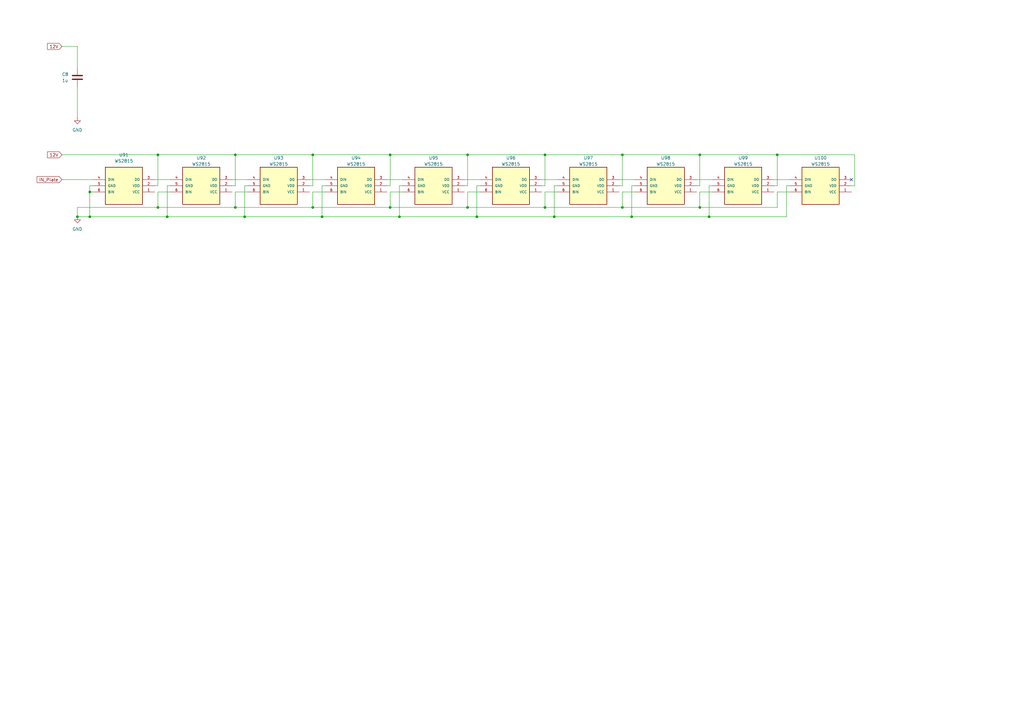
<source format=kicad_sch>
(kicad_sch (version 20250114) (generator "eeschema") (generator_version "9.0")
  (paper "A3")
  (title_block (title "Plate") (date "2025-11-11") (rev "1.0") (company "Salvatore La Bua"))
  (lib_symbols
    (symbol "Device:C" (pin_numbers (hide yes)) (pin_names (offset 0.254))
      (property "Reference" "C" (at 0.635 2.54 0))
      (property "Value" "C" (at 0.635 -2.54 0))
      (symbol "C_0_1"
        (polyline (pts (xy -2.032 0.762) (xy 2.032 0.762)) (stroke (width 0.508)))
        (polyline (pts (xy -2.032 -0.762) (xy 2.032 -0.762)) (stroke (width 0.508)))
      )
      (symbol "C_1_1"
        (pin passive line (at 0 3.81 270) (length 2.794) (name "~") (number "1"))
        (pin passive line (at 0 -3.81 90) (length 2.794) (name "~") (number "2"))
      )
    )
    (symbol "WS2815:WS2815" (pin_names (offset 1.016))
      (property "Reference" "U" (at 0 0 0))
      (property "Value" "WS2815" (at 0 0 0))
      (symbol "WS2815_0_0"
        (rectangle (start -7.62 -5.08) (end 7.62 10.16) (stroke (width 0.254)) (fill (type background)))
        (pin bidirectional line (at -12.7 5.08 0) (length 5.08) (name "DIN") (number "4"))
        (pin bidirectional line (at -12.7 2.54 0) (length 5.08) (name "GND") (number "5"))
        (pin bidirectional line (at -12.7 0 0) (length 5.08) (name "BIN") (number "6"))
        (pin bidirectional line (at 12.7 5.08 180) (length 5.08) (name "DO") (number "3"))
        (pin bidirectional line (at 12.7 2.54 180) (length 5.08) (name "VDD") (number "2"))
        (pin bidirectional line (at 12.7 0 180) (length 5.08) (name "VCC") (number "1"))
      )
    )
    (symbol "power:GND" (power) (pin_numbers (hide yes)) (pin_names (offset 0) (hide yes))
      (property "Value" "GND" (at 0 -3.81 0))
      (symbol "GND_0_1"
        (polyline (pts (xy 0 0) (xy 0 -1.27) (xy 1.27 -1.27) (xy 0 -2.54) (xy -1.27 -1.27) (xy 0 -1.27)))
      )
      (symbol "GND_1_1"
        (pin power_in line (at 0 0 270) (length 0) (name "~") (number "1"))
      )
    )
  )
  (junction (at 160.02 63.5))
  (junction (at 36.83 78.74))
  (junction (at 223.52 63.5))
  (junction (at 128.27 63.5))
  (junction (at 96.52 85.09))
  (junction (at 128.27 85.09))
  (junction (at 96.52 63.5))
  (junction (at 195.58 88.9))
  (junction (at 259.08 88.9))
  (junction (at 163.83 88.9))
  (junction (at 191.77 85.09))
  (junction (at 100.33 88.9))
  (junction (at 191.77 63.5))
  (junction (at 318.77 63.5))
  (junction (at 290.83 88.9))
  (junction (at 68.58 88.9))
  (junction (at 64.77 85.09))
  (junction (at 255.27 63.5))
  (junction (at 227.33 88.9))
  (junction (at 160.02 85.09))
  (junction (at 255.27 85.09))
  (junction (at 287.02 63.5))
  (junction (at 287.02 85.09))
  (junction (at 223.52 85.09))
  (junction (at 64.77 63.5))
  (junction (at 132.08 88.9))
  (junction (at 36.83 88.9))
  (junction (at 31.75 88.9))
  (no_connect (at 349.25 73.66))
  (wire (pts (xy 133.35 76.2) (xy 132.08 76.2)))
  (wire (pts (xy 38.1 76.2) (xy 36.83 76.2)))
  (wire (pts (xy 292.1 76.2) (xy 290.83 76.2)))
  (wire (pts (xy 64.77 85.09) (xy 64.77 78.74)))
  (wire (pts (xy 255.27 78.74) (xy 260.35 78.74)))
  (wire (pts (xy 132.08 88.9) (xy 163.83 88.9)))
  (wire (pts (xy 223.52 63.5) (xy 255.27 63.5)))
  (wire (pts (xy 285.75 73.66) (xy 292.1 73.66)))
  (wire (pts (xy 31.75 35.56) (xy 31.75 48.26)))
  (wire (pts (xy 96.52 63.5) (xy 128.27 63.5)))
  (wire (pts (xy 158.75 76.2) (xy 160.02 76.2)))
  (wire (pts (xy 222.25 76.2) (xy 223.52 76.2)))
  (wire (pts (xy 223.52 78.74) (xy 228.6 78.74)))
  (wire (pts (xy 64.77 76.2) (xy 64.77 63.5)))
  (wire (pts (xy 31.75 85.09) (xy 31.75 88.9)))
  (wire (pts (xy 100.33 88.9) (xy 132.08 88.9)))
  (wire (pts (xy 190.5 73.66) (xy 196.85 73.66)))
  (wire (pts (xy 128.27 85.09) (xy 128.27 78.74)))
  (wire (pts (xy 317.5 73.66) (xy 323.85 73.66)))
  (wire (pts (xy 96.52 85.09) (xy 96.52 78.74)))
  (wire (pts (xy 318.77 63.5) (xy 350.52 63.5)))
  (wire (pts (xy 290.83 76.2) (xy 290.83 88.9)))
  (wire (pts (xy 318.77 76.2) (xy 318.77 63.5)))
  (wire (pts (xy 350.52 63.5) (xy 350.52 76.2)))
  (wire (pts (xy 31.75 88.9) (xy 36.83 88.9)))
  (wire (pts (xy 68.58 76.2) (xy 68.58 88.9)))
  (wire (pts (xy 160.02 85.09) (xy 160.02 78.74)))
  (wire (pts (xy 64.77 63.5) (xy 96.52 63.5)))
  (wire (pts (xy 285.75 76.2) (xy 287.02 76.2)))
  (wire (pts (xy 287.02 78.74) (xy 292.1 78.74)))
  (wire (pts (xy 322.58 88.9) (xy 322.58 76.2)))
  (wire (pts (xy 36.83 78.74) (xy 38.1 78.74)))
  (wire (pts (xy 95.25 76.2) (xy 96.52 76.2)))
  (wire (pts (xy 96.52 76.2) (xy 96.52 63.5)))
  (wire (pts (xy 191.77 63.5) (xy 223.52 63.5)))
  (wire (pts (xy 190.5 76.2) (xy 191.77 76.2)))
  (wire (pts (xy 195.58 88.9) (xy 227.33 88.9)))
  (wire (pts (xy 287.02 85.09) (xy 318.77 85.09)))
  (wire (pts (xy 196.85 76.2) (xy 195.58 76.2)))
  (wire (pts (xy 68.58 88.9) (xy 100.33 88.9)))
  (wire (pts (xy 227.33 76.2) (xy 227.33 88.9)))
  (wire (pts (xy 25.4 73.66) (xy 38.1 73.66)))
  (wire (pts (xy 223.52 85.09) (xy 255.27 85.09)))
  (wire (pts (xy 322.58 76.2) (xy 323.85 76.2)))
  (wire (pts (xy 255.27 85.09) (xy 255.27 78.74)))
  (wire (pts (xy 160.02 85.09) (xy 191.77 85.09)))
  (wire (pts (xy 255.27 76.2) (xy 255.27 63.5)))
  (wire (pts (xy 128.27 78.74) (xy 133.35 78.74)))
  (wire (pts (xy 290.83 88.9) (xy 322.58 88.9)))
  (wire (pts (xy 128.27 63.5) (xy 160.02 63.5)))
  (wire (pts (xy 259.08 76.2) (xy 260.35 76.2)))
  (wire (pts (xy 36.83 88.9) (xy 68.58 88.9)))
  (wire (pts (xy 36.83 78.74) (xy 36.83 88.9)))
  (wire (pts (xy 95.25 73.66) (xy 101.6 73.66)))
  (wire (pts (xy 318.77 78.74) (xy 323.85 78.74)))
  (wire (pts (xy 160.02 78.74) (xy 165.1 78.74)))
  (wire (pts (xy 127 73.66) (xy 133.35 73.66)))
  (wire (pts (xy 259.08 88.9) (xy 259.08 76.2)))
  (wire (pts (xy 64.77 85.09) (xy 96.52 85.09)))
  (wire (pts (xy 31.75 19.05) (xy 31.75 27.94)))
  (wire (pts (xy 96.52 85.09) (xy 128.27 85.09)))
  (wire (pts (xy 163.83 88.9) (xy 195.58 88.9)))
  (wire (pts (xy 191.77 78.74) (xy 196.85 78.74)))
  (wire (pts (xy 287.02 85.09) (xy 287.02 78.74)))
  (wire (pts (xy 254 73.66) (xy 260.35 73.66)))
  (wire (pts (xy 165.1 76.2) (xy 163.83 76.2)))
  (wire (pts (xy 163.83 76.2) (xy 163.83 88.9)))
  (wire (pts (xy 158.75 73.66) (xy 165.1 73.66)))
  (wire (pts (xy 317.5 76.2) (xy 318.77 76.2)))
  (wire (pts (xy 223.52 85.09) (xy 223.52 78.74)))
  (wire (pts (xy 69.85 76.2) (xy 68.58 76.2)))
  (wire (pts (xy 222.25 73.66) (xy 228.6 73.66)))
  (wire (pts (xy 31.75 85.09) (xy 64.77 85.09)))
  (wire (pts (xy 227.33 88.9) (xy 259.08 88.9)))
  (wire (pts (xy 63.5 76.2) (xy 64.77 76.2)))
  (wire (pts (xy 64.77 78.74) (xy 69.85 78.74)))
  (wire (pts (xy 259.08 88.9) (xy 290.83 88.9)))
  (wire (pts (xy 128.27 76.2) (xy 128.27 63.5)))
  (wire (pts (xy 128.27 85.09) (xy 160.02 85.09)))
  (wire (pts (xy 191.77 85.09) (xy 223.52 85.09)))
  (wire (pts (xy 127 76.2) (xy 128.27 76.2)))
  (wire (pts (xy 254 76.2) (xy 255.27 76.2)))
  (wire (pts (xy 100.33 76.2) (xy 100.33 88.9)))
  (wire (pts (xy 287.02 76.2) (xy 287.02 63.5)))
  (wire (pts (xy 191.77 76.2) (xy 191.77 63.5)))
  (wire (pts (xy 223.52 76.2) (xy 223.52 63.5)))
  (wire (pts (xy 191.77 85.09) (xy 191.77 78.74)))
  (wire (pts (xy 287.02 63.5) (xy 318.77 63.5)))
  (wire (pts (xy 132.08 76.2) (xy 132.08 88.9)))
  (wire (pts (xy 63.5 73.66) (xy 69.85 73.66)))
  (wire (pts (xy 160.02 76.2) (xy 160.02 63.5)))
  (wire (pts (xy 349.25 76.2) (xy 350.52 76.2)))
  (wire (pts (xy 25.4 19.05) (xy 31.75 19.05)))
  (wire (pts (xy 160.02 63.5) (xy 191.77 63.5)))
  (wire (pts (xy 318.77 85.09) (xy 318.77 78.74)))
  (wire (pts (xy 255.27 85.09) (xy 287.02 85.09)))
  (wire (pts (xy 36.83 76.2) (xy 36.83 78.74)))
  (wire (pts (xy 25.4 63.5) (xy 64.77 63.5)))
  (wire (pts (xy 195.58 76.2) (xy 195.58 88.9)))
  (wire (pts (xy 255.27 63.5) (xy 287.02 63.5)))
  (wire (pts (xy 228.6 76.2) (xy 227.33 76.2)))
  (wire (pts (xy 101.6 76.2) (xy 100.33 76.2)))
  (wire (pts (xy 96.52 78.74) (xy 101.6 78.74)))
  (global_label "12V" (shape input) (at 25.4 63.5 180) (property "Intersheetrefs" "${INTERSHEET_REFS}" (at 18.9072 63.5 0) (effects (justify right))))
  (global_label "12V" (shape input) (at 25.4 19.05 180) (property "Intersheetrefs" "${INTERSHEET_REFS}" (at 18.9072 19.05 0) (effects (justify right))))
  (global_label "IN_Plate" (shape input) (at 25.4 73.66 180) (property "Intersheetrefs" "${INTERSHEET_REFS}" (at 14.6134 73.66 0) (effects (justify right))))
  (symbol (lib_id "WS2815:WS2815") (at 209.55 78.74 0) (unit 1)
    (property "Reference" "U96" (at 209.55 64.77 0))
    (property "Value" "WS2815" (at 209.55 67.31 0))
    (property "Footprint" "WS2815:LED-TRICOLOR-5050" (effects (hide yes)))
    (property "MF" "Normand" (effects (hide yes)))
    (property "Description_1" "\n                        \n                            Intelligent control LED integrated light source\n                        \n" (effects (hide yes)))
    (property "Package" "Package" (effects (hide yes)))
    (property "Price" "None" (effects (hide yes)))
    (property "SnapEDA_Link" "https://www.snapeda.com/parts/WS2815/Normand/view-part/?ref=snap" (effects (hide yes)))
    (property "MP" "WS2815" (effects (hide yes)))
    (property "Availability" "Not in stock" (effects (hide yes)))
    (property "Check_prices" "https://www.snapeda.com/parts/WS2815/Normand/view-part/?ref=eda" (effects (hide yes)))
    (property "LCSC" "C5446699" (effects (hide yes)))
  )
  (symbol (lib_id "WS2815:WS2815") (at 146.05 78.74 0) (unit 1)
    (property "Reference" "U94" (at 146.05 64.77 0))
    (property "Value" "WS2815" (at 146.05 67.31 0))
    (property "Footprint" "WS2815:LED-TRICOLOR-5050" (effects (hide yes)))
    (property "MF" "Normand" (effects (hide yes)))
    (property "Description_1" "\n                        \n                            Intelligent control LED integrated light source\n                        \n" (effects (hide yes)))
    (property "Package" "Package" (effects (hide yes)))
    (property "Price" "None" (effects (hide yes)))
    (property "SnapEDA_Link" "https://www.snapeda.com/parts/WS2815/Normand/view-part/?ref=snap" (effects (hide yes)))
    (property "MP" "WS2815" (effects (hide yes)))
    (property "Availability" "Not in stock" (effects (hide yes)))
    (property "Check_prices" "https://www.snapeda.com/parts/WS2815/Normand/view-part/?ref=eda" (effects (hide yes)))
    (property "LCSC" "C5446699" (effects (hide yes)))
  )
  (symbol (lib_id "WS2815:WS2815") (at 114.3 78.74 0) (unit 1)
    (property "Reference" "U93" (at 114.3 64.77 0))
    (property "Value" "WS2815" (at 114.3 67.31 0))
    (property "Footprint" "WS2815:LED-TRICOLOR-5050" (effects (hide yes)))
    (property "MF" "Normand" (effects (hide yes)))
    (property "Description_1" "\n                        \n                            Intelligent control LED integrated light source\n                        \n" (effects (hide yes)))
    (property "Package" "Package" (effects (hide yes)))
    (property "Price" "None" (effects (hide yes)))
    (property "SnapEDA_Link" "https://www.snapeda.com/parts/WS2815/Normand/view-part/?ref=snap" (effects (hide yes)))
    (property "MP" "WS2815" (effects (hide yes)))
    (property "Availability" "Not in stock" (effects (hide yes)))
    (property "Check_prices" "https://www.snapeda.com/parts/WS2815/Normand/view-part/?ref=eda" (effects (hide yes)))
    (property "LCSC" "C5446699" (effects (hide yes)))
  )
  (symbol (lib_id "WS2815:WS2815") (at 50.8 78.74 0) (unit 1)
    (property "Reference" "U91" (at 50.8 63.5 0))
    (property "Value" "WS2815" (at 50.8 66.04 0))
    (property "Footprint" "WS2815:LED-TRICOLOR-5050" (effects (hide yes)))
    (property "MF" "Normand" (effects (hide yes)))
    (property "Description_1" "\n                        \n                            Intelligent control LED integrated light source\n                        \n" (effects (hide yes)))
    (property "Package" "Package" (effects (hide yes)))
    (property "Price" "None" (effects (hide yes)))
    (property "SnapEDA_Link" "https://www.snapeda.com/parts/WS2815/Normand/view-part/?ref=snap" (effects (hide yes)))
    (property "MP" "WS2815" (effects (hide yes)))
    (property "Availability" "Not in stock" (effects (hide yes)))
    (property "Check_prices" "https://www.snapeda.com/parts/WS2815/Normand/view-part/?ref=eda" (effects (hide yes)))
    (property "LCSC" "C5446699" (effects (hide yes)))
  )
  (symbol (lib_id "power:GND") (at 31.75 88.9 0) (unit 1)
    (property "Reference" "#PWR023" (effects (hide yes)))
    (property "Value" "GND" (at 31.75 93.98 0))
    (property "Description" "Power symbol creates a global label with name \"GND\" , ground" (effects (hide yes)))
  )
  (symbol (lib_id "WS2815:WS2815") (at 336.55 78.74 0) (unit 1)
    (property "Reference" "U100" (at 336.55 64.77 0))
    (property "Value" "WS2815" (at 336.55 67.31 0))
    (property "Footprint" "WS2815:LED-TRICOLOR-5050" (effects (hide yes)))
    (property "MF" "Normand" (effects (hide yes)))
    (property "Description_1" "\n                        \n                            Intelligent control LED integrated light source\n                        \n" (effects (hide yes)))
    (property "Package" "Package" (effects (hide yes)))
    (property "Price" "None" (effects (hide yes)))
    (property "SnapEDA_Link" "https://www.snapeda.com/parts/WS2815/Normand/view-part/?ref=snap" (effects (hide yes)))
    (property "MP" "WS2815" (effects (hide yes)))
    (property "Availability" "Not in stock" (effects (hide yes)))
    (property "Check_prices" "https://www.snapeda.com/parts/WS2815/Normand/view-part/?ref=eda" (effects (hide yes)))
    (property "LCSC" "C5446699" (effects (hide yes)))
  )
  (symbol (lib_id "WS2815:WS2815") (at 241.3 78.74 0) (unit 1)
    (property "Reference" "U97" (at 241.3 64.77 0))
    (property "Value" "WS2815" (at 241.3 67.31 0))
    (property "Footprint" "WS2815:LED-TRICOLOR-5050" (effects (hide yes)))
    (property "MF" "Normand" (effects (hide yes)))
    (property "Description_1" "\n                        \n                            Intelligent control LED integrated light source\n                        \n" (effects (hide yes)))
    (property "Package" "Package" (effects (hide yes)))
    (property "Price" "None" (effects (hide yes)))
    (property "SnapEDA_Link" "https://www.snapeda.com/parts/WS2815/Normand/view-part/?ref=snap" (effects (hide yes)))
    (property "MP" "WS2815" (effects (hide yes)))
    (property "Availability" "Not in stock" (effects (hide yes)))
    (property "Check_prices" "https://www.snapeda.com/parts/WS2815/Normand/view-part/?ref=eda" (effects (hide yes)))
    (property "LCSC" "C5446699" (effects (hide yes)))
  )
  (symbol (lib_id "WS2815:WS2815") (at 273.05 78.74 0) (unit 1)
    (property "Reference" "U98" (at 273.05 64.77 0))
    (property "Value" "WS2815" (at 273.05 67.31 0))
    (property "Footprint" "WS2815:LED-TRICOLOR-5050" (effects (hide yes)))
    (property "MF" "Normand" (effects (hide yes)))
    (property "Description_1" "\n                        \n                            Intelligent control LED integrated light source\n                        \n" (effects (hide yes)))
    (property "Package" "Package" (effects (hide yes)))
    (property "Price" "None" (effects (hide yes)))
    (property "SnapEDA_Link" "https://www.snapeda.com/parts/WS2815/Normand/view-part/?ref=snap" (effects (hide yes)))
    (property "MP" "WS2815" (effects (hide yes)))
    (property "Availability" "Not in stock" (effects (hide yes)))
    (property "Check_prices" "https://www.snapeda.com/parts/WS2815/Normand/view-part/?ref=eda" (effects (hide yes)))
    (property "LCSC" "C5446699" (effects (hide yes)))
  )
  (symbol (lib_id "WS2815:WS2815") (at 304.8 78.74 0) (unit 1)
    (property "Reference" "U99" (at 304.8 64.77 0))
    (property "Value" "WS2815" (at 304.8 67.31 0))
    (property "Footprint" "WS2815:LED-TRICOLOR-5050" (effects (hide yes)))
    (property "MF" "Normand" (effects (hide yes)))
    (property "Description_1" "\n                        \n                            Intelligent control LED integrated light source\n                        \n" (effects (hide yes)))
    (property "Package" "Package" (effects (hide yes)))
    (property "Price" "None" (effects (hide yes)))
    (property "SnapEDA_Link" "https://www.snapeda.com/parts/WS2815/Normand/view-part/?ref=snap" (effects (hide yes)))
    (property "MP" "WS2815" (effects (hide yes)))
    (property "Availability" "Not in stock" (effects (hide yes)))
    (property "Check_prices" "https://www.snapeda.com/parts/WS2815/Normand/view-part/?ref=eda" (effects (hide yes)))
    (property "LCSC" "C5446699" (effects (hide yes)))
  )
  (symbol (lib_id "power:GND") (at 31.75 48.26 0) (unit 1)
    (property "Reference" "#PWR022" (effects (hide yes)))
    (property "Value" "GND" (at 31.75 53.34 0))
    (property "Description" "Power symbol creates a global label with name \"GND\" , ground" (effects (hide yes)))
  )
  (symbol (lib_id "Device:C") (at 31.75 31.75 0) (unit 1)
    (property "Reference" "C8" (at 25.4 30.48 0) (effects (justify left)))
    (property "Value" "1u" (at 25.4 33.02 0) (effects (justify left)))
    (property "Footprint" "Capacitor_SMD:C_1206_3216Metric" (effects (hide yes)))
    (property "Description" "Unpolarized capacitor" (effects (hide yes)))
    (property "LCSC" "C1848" (effects (hide yes)))
  )
  (symbol (lib_id "WS2815:WS2815") (at 82.55 78.74 0) (unit 1)
    (property "Reference" "U92" (at 82.55 64.77 0))
    (property "Value" "WS2815" (at 82.55 67.31 0))
    (property "Footprint" "WS2815:LED-TRICOLOR-5050" (effects (hide yes)))
    (property "MF" "Normand" (effects (hide yes)))
    (property "Description_1" "\n                        \n                            Intelligent control LED integrated light source\n                        \n" (effects (hide yes)))
    (property "Package" "Package" (effects (hide yes)))
    (property "Price" "None" (effects (hide yes)))
    (property "SnapEDA_Link" "https://www.snapeda.com/parts/WS2815/Normand/view-part/?ref=snap" (effects (hide yes)))
    (property "MP" "WS2815" (effects (hide yes)))
    (property "Availability" "Not in stock" (effects (hide yes)))
    (property "Check_prices" "https://www.snapeda.com/parts/WS2815/Normand/view-part/?ref=eda" (effects (hide yes)))
    (property "LCSC" "C5446699" (effects (hide yes)))
  )
  (symbol (lib_id "WS2815:WS2815") (at 177.8 78.74 0) (unit 1)
    (property "Reference" "U95" (at 177.8 64.77 0))
    (property "Value" "WS2815" (at 177.8 67.31 0))
    (property "Footprint" "WS2815:LED-TRICOLOR-5050" (effects (hide yes)))
    (property "MF" "Normand" (effects (hide yes)))
    (property "Description_1" "\n                        \n                            Intelligent control LED integrated light source\n                        \n" (effects (hide yes)))
    (property "Package" "Package" (effects (hide yes)))
    (property "Price" "None" (effects (hide yes)))
    (property "SnapEDA_Link" "https://www.snapeda.com/parts/WS2815/Normand/view-part/?ref=snap" (effects (hide yes)))
    (property "MP" "WS2815" (effects (hide yes)))
    (property "Availability" "Not in stock" (effects (hide yes)))
    (property "Check_prices" "https://www.snapeda.com/parts/WS2815/Normand/view-part/?ref=eda" (effects (hide yes)))
    (property "LCSC" "C5446699" (effects (hide yes)))
  )
)
</source>
